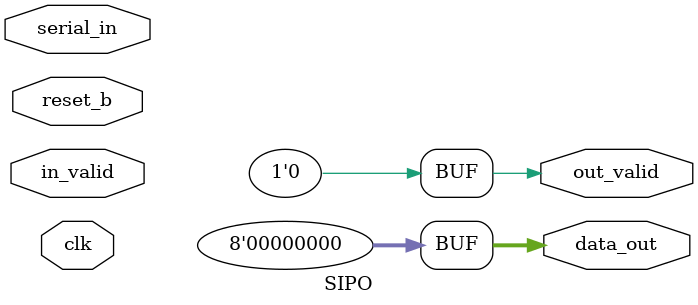
<source format=v>

module SIPO ( data_out, out_valid, serial_in, in_valid, reset_b, clk );
  output [7:0] data_out;
  input serial_in, in_valid, reset_b, clk;
  output out_valid;

  assign out_valid = 1'b0;
  assign data_out[0] = 1'b0;
  assign data_out[1] = 1'b0;
  assign data_out[2] = 1'b0;
  assign data_out[3] = 1'b0;
  assign data_out[4] = 1'b0;
  assign data_out[5] = 1'b0;
  assign data_out[6] = 1'b0;
  assign data_out[7] = 1'b0;

endmodule


</source>
